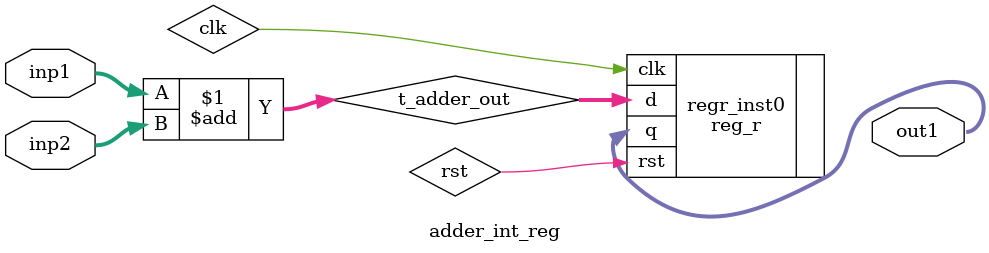
<source format=sv>
`timescale 1ns / 1ps


module adder_int_reg #(parameter width=64)(
//putting a register at the end
    input logic [width-1:0] inp1,
    input logic [width-1:0] inp2,
    output logic [width-1:0] out1

    );
    
    logic [width-1:0] t_adder_out;
    assign t_adder_out = inp1+inp2;
    reg_r #(width) regr_inst0(.d(t_adder_out), .clk(clk), .rst(rst), .q(out1));
    
endmodule

</source>
